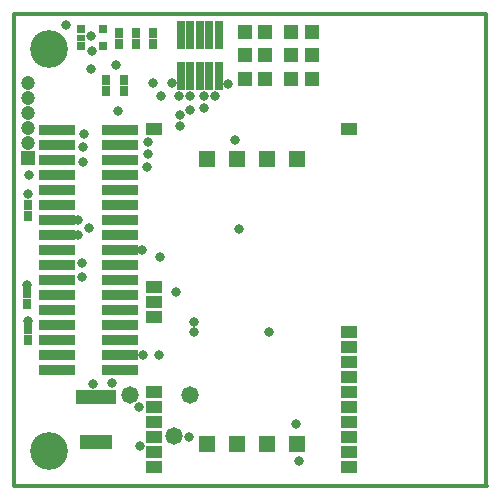
<source format=gbs>
%FSLAX44Y44*%
%MOMM*%
G71*
G01*
G75*
G04 Layer_Color=16711935*
%ADD10O,2.4000X0.7500*%
%ADD11O,0.7500X2.4000*%
%ADD12R,0.6200X0.5000*%
%ADD13R,1.0000X1.1000*%
%ADD14R,0.4000X0.8000*%
%ADD15R,2.0000X2.2000*%
%ADD16R,1.1500X0.6500*%
%ADD17R,0.8000X0.5400*%
%ADD18R,1.3000X0.4500*%
%ADD19R,1.7000X1.3400*%
%ADD20R,1.7000X1.4000*%
%ADD21R,0.6000X0.6200*%
%ADD22R,1.5000X1.6000*%
%ADD23R,5.0000X1.9000*%
%ADD24P,0.8485X4X180.0*%
%ADD25C,0.2032*%
%ADD26C,0.2000*%
%ADD27C,0.7500*%
%ADD28C,0.3000*%
%ADD29C,0.5000*%
%ADD30C,0.1800*%
%ADD31C,0.8000*%
%ADD32C,1.2000*%
%ADD33C,1.0000*%
%ADD34R,5.0000X4.0000*%
%ADD35R,5.0000X4.0000*%
%ADD36C,3.0000*%
%ADD37C,1.0000*%
%ADD38R,1.0000X1.0000*%
%ADD39C,0.6100*%
%ADD40C,0.6000*%
%ADD41C,1.2700*%
%ADD42C,0.6350*%
%ADD43R,2.8700X0.7110*%
%ADD44R,1.1000X1.0000*%
%ADD45R,0.5000X2.1300*%
%ADD46R,3.2000X1.0000*%
%ADD47R,2.6000X1.0000*%
%ADD48R,1.2000X0.9000*%
%ADD49R,1.2700X1.2700*%
%ADD50R,0.5000X0.5000*%
%ADD51R,0.5000X0.4000*%
%ADD52C,0.2500*%
%ADD53C,0.1524*%
%ADD54C,0.2540*%
%ADD55C,0.1499*%
%ADD56O,2.6032X0.9532*%
%ADD57O,0.9532X2.6032*%
%ADD58R,0.8232X0.7032*%
%ADD59R,1.2032X1.3032*%
%ADD60R,0.6032X1.0032*%
%ADD61R,2.2032X2.4032*%
%ADD62R,1.3532X0.8532*%
%ADD63R,1.0032X0.7432*%
%ADD64R,1.5032X0.6532*%
%ADD65R,1.9032X1.5432*%
%ADD66R,1.9032X1.6032*%
%ADD67R,0.8032X0.8232*%
%ADD68R,1.7032X1.8032*%
%ADD69R,5.2032X2.1032*%
%ADD70P,1.1359X4X180.0*%
%ADD71C,3.2032*%
%ADD72C,1.2032*%
%ADD73R,1.2032X1.2032*%
%ADD74C,0.8132*%
%ADD75C,0.8032*%
%ADD76C,1.4732*%
%ADD77R,3.0732X0.9142*%
%ADD78R,1.3032X1.2032*%
%ADD79R,0.7032X2.3332*%
%ADD80R,3.4032X1.2032*%
%ADD81R,2.8032X1.2032*%
%ADD82R,1.4032X1.1032*%
%ADD83R,1.4732X1.4732*%
%ADD84R,0.7032X0.7032*%
%ADD85R,0.7032X0.6032*%
D28*
X0Y400000D02*
X400000D01*
X0D02*
X400000D01*
X0Y-0D02*
Y400000D01*
Y-0D02*
X400000D01*
Y400000D01*
Y-0D02*
Y400000D01*
X762Y-254D02*
X400762D01*
D67*
X89154Y374368D02*
D03*
Y383568D02*
D03*
X117860Y374368D02*
D03*
Y383568D02*
D03*
X103380Y374368D02*
D03*
Y383568D02*
D03*
X93476Y343690D02*
D03*
Y334490D02*
D03*
X78236D02*
D03*
Y343690D02*
D03*
X11684Y238026D02*
D03*
Y228826D02*
D03*
X11680Y153896D02*
D03*
Y163096D02*
D03*
X11684Y123416D02*
D03*
Y132616D02*
D03*
D71*
X30000Y30000D02*
D03*
Y370000D02*
D03*
D72*
X12446Y340868D02*
D03*
Y328168D02*
D03*
Y315468D02*
D03*
Y302768D02*
D03*
Y290068D02*
D03*
D73*
Y277368D02*
D03*
D74*
X43942Y390144D02*
D03*
X12700Y263652D02*
D03*
X239014Y52832D02*
D03*
X87884Y317500D02*
D03*
X123190Y111252D02*
D03*
X215900Y130556D02*
D03*
X190754Y217932D02*
D03*
X186944Y292608D02*
D03*
X123698Y193548D02*
D03*
X113280Y270510D02*
D03*
X113284Y280924D02*
D03*
Y291084D02*
D03*
X58928Y274320D02*
D03*
X58420Y287274D02*
D03*
X59690Y298196D02*
D03*
X63800Y218850D02*
D03*
X108712Y200152D02*
D03*
X57658Y188468D02*
D03*
Y177292D02*
D03*
X137160Y164592D02*
D03*
X67056Y86616D02*
D03*
X11680Y170434D02*
D03*
X241300Y20828D02*
D03*
X54610Y212852D02*
D03*
Y225552D02*
D03*
X83312Y87630D02*
D03*
X152400Y130048D02*
D03*
X148590Y41402D02*
D03*
X106426Y66802D02*
D03*
X109220Y110998D02*
D03*
X106934Y34036D02*
D03*
X152400Y139194D02*
D03*
X140716Y304546D02*
D03*
X148844Y318516D02*
D03*
X140716Y314452D02*
D03*
X118110Y340870D02*
D03*
X140296Y330450D02*
D03*
X124968Y330454D02*
D03*
X149186Y330450D02*
D03*
X160724Y320450D02*
D03*
X161034Y330450D02*
D03*
X133858Y340868D02*
D03*
X170688Y330454D02*
D03*
X181102Y340614D02*
D03*
X65024Y352806D02*
D03*
X65532Y381254D02*
D03*
X66294Y368046D02*
D03*
X86360Y356362D02*
D03*
X12446Y247650D02*
D03*
D75*
X11684Y140130D02*
D03*
D76*
X148844Y76962D02*
D03*
X98552D02*
D03*
X135636Y42418D02*
D03*
D77*
X90370Y111100D02*
D03*
Y123800D02*
D03*
Y136500D02*
D03*
Y149200D02*
D03*
Y161900D02*
D03*
Y174600D02*
D03*
Y187300D02*
D03*
Y200000D02*
D03*
Y212700D02*
D03*
Y225400D02*
D03*
Y238100D02*
D03*
Y250800D02*
D03*
Y263500D02*
D03*
Y276200D02*
D03*
Y288900D02*
D03*
Y301600D02*
D03*
X36270Y111100D02*
D03*
Y301600D02*
D03*
Y288900D02*
D03*
Y276200D02*
D03*
Y263500D02*
D03*
Y250800D02*
D03*
Y238100D02*
D03*
Y225400D02*
D03*
Y212700D02*
D03*
Y200000D02*
D03*
Y187300D02*
D03*
Y174600D02*
D03*
Y161900D02*
D03*
Y149200D02*
D03*
Y136500D02*
D03*
Y123800D02*
D03*
Y98400D02*
D03*
X90370D02*
D03*
D78*
X195716Y384810D02*
D03*
X212716D02*
D03*
X195770Y364744D02*
D03*
X212770D02*
D03*
X195716Y344678D02*
D03*
X212716D02*
D03*
X235140Y384810D02*
D03*
X252140D02*
D03*
X235140Y364744D02*
D03*
X252140D02*
D03*
X235140Y344678D02*
D03*
X252140D02*
D03*
D79*
X141478Y347218D02*
D03*
X149478D02*
D03*
X157478D02*
D03*
X165478D02*
D03*
X173478D02*
D03*
X141478Y381918D02*
D03*
X149478D02*
D03*
X157478D02*
D03*
X165478D02*
D03*
X173478D02*
D03*
D80*
X69596Y75070D02*
D03*
D81*
Y37070D02*
D03*
D82*
X118618Y143256D02*
D03*
Y28956D02*
D03*
Y168656D02*
D03*
Y155956D02*
D03*
X283718Y16256D02*
D03*
Y28956D02*
D03*
Y41656D02*
D03*
Y54356D02*
D03*
Y67056D02*
D03*
Y79756D02*
D03*
Y92456D02*
D03*
Y105156D02*
D03*
Y117856D02*
D03*
Y130556D02*
D03*
Y301955D02*
D03*
X118618D02*
D03*
Y79756D02*
D03*
Y67056D02*
D03*
Y54356D02*
D03*
Y41656D02*
D03*
Y16256D02*
D03*
D83*
X163424Y276453D02*
D03*
X188722Y276555D02*
D03*
X214122Y276453D02*
D03*
X239522D02*
D03*
Y35458D02*
D03*
X214122Y35560D02*
D03*
X188722Y35458D02*
D03*
X163424D02*
D03*
D84*
X57294Y372230D02*
D03*
Y387230D02*
D03*
X75294D02*
D03*
Y372230D02*
D03*
D85*
X57294Y379730D02*
D03*
M02*

</source>
